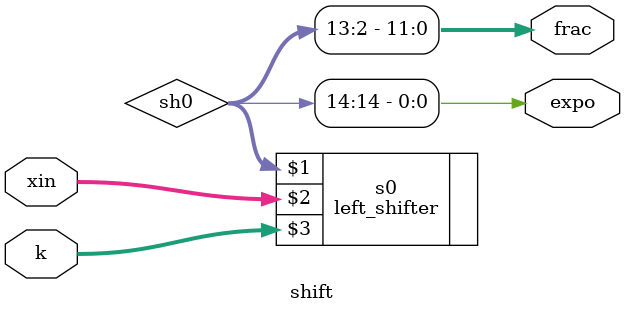
<source format=v>
module shift(expo, frac, xin, k);
input [14:0] xin;
input [3:0] k;

output expo;
output [11:0] frac;

wire [14:0] sh0;

left_shifter s0(sh0, xin, k);

assign expo = sh0[14];

assign frac = sh0[13:2];

endmodule

</source>
